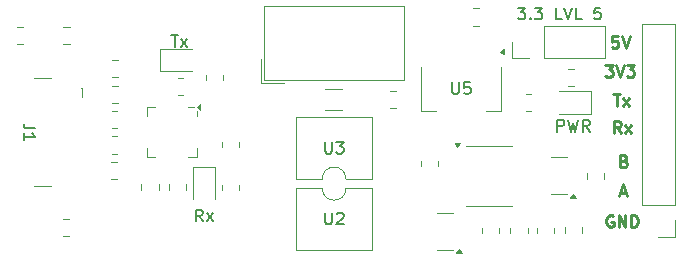
<source format=gbr>
%TF.GenerationSoftware,KiCad,Pcbnew,9.0.2*%
%TF.CreationDate,2025-06-06T06:50:43+02:00*%
%TF.ProjectId,USB-RS485_FT230,5553422d-5253-4343-9835-5f4654323330,rev?*%
%TF.SameCoordinates,Original*%
%TF.FileFunction,Legend,Top*%
%TF.FilePolarity,Positive*%
%FSLAX46Y46*%
G04 Gerber Fmt 4.6, Leading zero omitted, Abs format (unit mm)*
G04 Created by KiCad (PCBNEW 9.0.2) date 2025-06-06 06:50:43*
%MOMM*%
%LPD*%
G01*
G04 APERTURE LIST*
%ADD10C,0.250000*%
%ADD11C,0.150000*%
%ADD12C,0.200000*%
%ADD13C,0.120000*%
G04 APERTURE END LIST*
D10*
X108704949Y-100378904D02*
X109181139Y-100378904D01*
X108609711Y-100664619D02*
X108943044Y-99664619D01*
X108943044Y-99664619D02*
X109276377Y-100664619D01*
X108773996Y-95314619D02*
X108440663Y-94838428D01*
X108202568Y-95314619D02*
X108202568Y-94314619D01*
X108202568Y-94314619D02*
X108583520Y-94314619D01*
X108583520Y-94314619D02*
X108678758Y-94362238D01*
X108678758Y-94362238D02*
X108726377Y-94409857D01*
X108726377Y-94409857D02*
X108773996Y-94505095D01*
X108773996Y-94505095D02*
X108773996Y-94647952D01*
X108773996Y-94647952D02*
X108726377Y-94743190D01*
X108726377Y-94743190D02*
X108678758Y-94790809D01*
X108678758Y-94790809D02*
X108583520Y-94838428D01*
X108583520Y-94838428D02*
X108202568Y-94838428D01*
X109107330Y-95314619D02*
X109631139Y-94647952D01*
X109107330Y-94647952D02*
X109631139Y-95314619D01*
X108528758Y-87114619D02*
X108052568Y-87114619D01*
X108052568Y-87114619D02*
X108004949Y-87590809D01*
X108004949Y-87590809D02*
X108052568Y-87543190D01*
X108052568Y-87543190D02*
X108147806Y-87495571D01*
X108147806Y-87495571D02*
X108385901Y-87495571D01*
X108385901Y-87495571D02*
X108481139Y-87543190D01*
X108481139Y-87543190D02*
X108528758Y-87590809D01*
X108528758Y-87590809D02*
X108576377Y-87686047D01*
X108576377Y-87686047D02*
X108576377Y-87924142D01*
X108576377Y-87924142D02*
X108528758Y-88019380D01*
X108528758Y-88019380D02*
X108481139Y-88067000D01*
X108481139Y-88067000D02*
X108385901Y-88114619D01*
X108385901Y-88114619D02*
X108147806Y-88114619D01*
X108147806Y-88114619D02*
X108052568Y-88067000D01*
X108052568Y-88067000D02*
X108004949Y-88019380D01*
X108862092Y-87114619D02*
X109195425Y-88114619D01*
X109195425Y-88114619D02*
X109528758Y-87114619D01*
X108126377Y-102312238D02*
X108031139Y-102264619D01*
X108031139Y-102264619D02*
X107888282Y-102264619D01*
X107888282Y-102264619D02*
X107745425Y-102312238D01*
X107745425Y-102312238D02*
X107650187Y-102407476D01*
X107650187Y-102407476D02*
X107602568Y-102502714D01*
X107602568Y-102502714D02*
X107554949Y-102693190D01*
X107554949Y-102693190D02*
X107554949Y-102836047D01*
X107554949Y-102836047D02*
X107602568Y-103026523D01*
X107602568Y-103026523D02*
X107650187Y-103121761D01*
X107650187Y-103121761D02*
X107745425Y-103217000D01*
X107745425Y-103217000D02*
X107888282Y-103264619D01*
X107888282Y-103264619D02*
X107983520Y-103264619D01*
X107983520Y-103264619D02*
X108126377Y-103217000D01*
X108126377Y-103217000D02*
X108173996Y-103169380D01*
X108173996Y-103169380D02*
X108173996Y-102836047D01*
X108173996Y-102836047D02*
X107983520Y-102836047D01*
X108602568Y-103264619D02*
X108602568Y-102264619D01*
X108602568Y-102264619D02*
X109173996Y-103264619D01*
X109173996Y-103264619D02*
X109173996Y-102264619D01*
X109650187Y-103264619D02*
X109650187Y-102264619D01*
X109650187Y-102264619D02*
X109888282Y-102264619D01*
X109888282Y-102264619D02*
X110031139Y-102312238D01*
X110031139Y-102312238D02*
X110126377Y-102407476D01*
X110126377Y-102407476D02*
X110173996Y-102502714D01*
X110173996Y-102502714D02*
X110221615Y-102693190D01*
X110221615Y-102693190D02*
X110221615Y-102836047D01*
X110221615Y-102836047D02*
X110173996Y-103026523D01*
X110173996Y-103026523D02*
X110126377Y-103121761D01*
X110126377Y-103121761D02*
X110031139Y-103217000D01*
X110031139Y-103217000D02*
X109888282Y-103264619D01*
X109888282Y-103264619D02*
X109650187Y-103264619D01*
X109035901Y-97690809D02*
X109178758Y-97738428D01*
X109178758Y-97738428D02*
X109226377Y-97786047D01*
X109226377Y-97786047D02*
X109273996Y-97881285D01*
X109273996Y-97881285D02*
X109273996Y-98024142D01*
X109273996Y-98024142D02*
X109226377Y-98119380D01*
X109226377Y-98119380D02*
X109178758Y-98167000D01*
X109178758Y-98167000D02*
X109083520Y-98214619D01*
X109083520Y-98214619D02*
X108702568Y-98214619D01*
X108702568Y-98214619D02*
X108702568Y-97214619D01*
X108702568Y-97214619D02*
X109035901Y-97214619D01*
X109035901Y-97214619D02*
X109131139Y-97262238D01*
X109131139Y-97262238D02*
X109178758Y-97309857D01*
X109178758Y-97309857D02*
X109226377Y-97405095D01*
X109226377Y-97405095D02*
X109226377Y-97500333D01*
X109226377Y-97500333D02*
X109178758Y-97595571D01*
X109178758Y-97595571D02*
X109131139Y-97643190D01*
X109131139Y-97643190D02*
X109035901Y-97690809D01*
X109035901Y-97690809D02*
X108702568Y-97690809D01*
X107457330Y-89564619D02*
X108076377Y-89564619D01*
X108076377Y-89564619D02*
X107743044Y-89945571D01*
X107743044Y-89945571D02*
X107885901Y-89945571D01*
X107885901Y-89945571D02*
X107981139Y-89993190D01*
X107981139Y-89993190D02*
X108028758Y-90040809D01*
X108028758Y-90040809D02*
X108076377Y-90136047D01*
X108076377Y-90136047D02*
X108076377Y-90374142D01*
X108076377Y-90374142D02*
X108028758Y-90469380D01*
X108028758Y-90469380D02*
X107981139Y-90517000D01*
X107981139Y-90517000D02*
X107885901Y-90564619D01*
X107885901Y-90564619D02*
X107600187Y-90564619D01*
X107600187Y-90564619D02*
X107504949Y-90517000D01*
X107504949Y-90517000D02*
X107457330Y-90469380D01*
X108362092Y-89564619D02*
X108695425Y-90564619D01*
X108695425Y-90564619D02*
X109028758Y-89564619D01*
X109266854Y-89564619D02*
X109885901Y-89564619D01*
X109885901Y-89564619D02*
X109552568Y-89945571D01*
X109552568Y-89945571D02*
X109695425Y-89945571D01*
X109695425Y-89945571D02*
X109790663Y-89993190D01*
X109790663Y-89993190D02*
X109838282Y-90040809D01*
X109838282Y-90040809D02*
X109885901Y-90136047D01*
X109885901Y-90136047D02*
X109885901Y-90374142D01*
X109885901Y-90374142D02*
X109838282Y-90469380D01*
X109838282Y-90469380D02*
X109790663Y-90517000D01*
X109790663Y-90517000D02*
X109695425Y-90564619D01*
X109695425Y-90564619D02*
X109409711Y-90564619D01*
X109409711Y-90564619D02*
X109314473Y-90517000D01*
X109314473Y-90517000D02*
X109266854Y-90469380D01*
X108159711Y-92014619D02*
X108731139Y-92014619D01*
X108445425Y-93014619D02*
X108445425Y-92014619D01*
X108969235Y-93014619D02*
X109493044Y-92347952D01*
X108969235Y-92347952D02*
X109493044Y-93014619D01*
D11*
X83738095Y-102064819D02*
X83738095Y-102874342D01*
X83738095Y-102874342D02*
X83785714Y-102969580D01*
X83785714Y-102969580D02*
X83833333Y-103017200D01*
X83833333Y-103017200D02*
X83928571Y-103064819D01*
X83928571Y-103064819D02*
X84119047Y-103064819D01*
X84119047Y-103064819D02*
X84214285Y-103017200D01*
X84214285Y-103017200D02*
X84261904Y-102969580D01*
X84261904Y-102969580D02*
X84309523Y-102874342D01*
X84309523Y-102874342D02*
X84309523Y-102064819D01*
X84738095Y-102160057D02*
X84785714Y-102112438D01*
X84785714Y-102112438D02*
X84880952Y-102064819D01*
X84880952Y-102064819D02*
X85119047Y-102064819D01*
X85119047Y-102064819D02*
X85214285Y-102112438D01*
X85214285Y-102112438D02*
X85261904Y-102160057D01*
X85261904Y-102160057D02*
X85309523Y-102255295D01*
X85309523Y-102255295D02*
X85309523Y-102350533D01*
X85309523Y-102350533D02*
X85261904Y-102493390D01*
X85261904Y-102493390D02*
X84690476Y-103064819D01*
X84690476Y-103064819D02*
X85309523Y-103064819D01*
X73379761Y-102804819D02*
X73046428Y-102328628D01*
X72808333Y-102804819D02*
X72808333Y-101804819D01*
X72808333Y-101804819D02*
X73189285Y-101804819D01*
X73189285Y-101804819D02*
X73284523Y-101852438D01*
X73284523Y-101852438D02*
X73332142Y-101900057D01*
X73332142Y-101900057D02*
X73379761Y-101995295D01*
X73379761Y-101995295D02*
X73379761Y-102138152D01*
X73379761Y-102138152D02*
X73332142Y-102233390D01*
X73332142Y-102233390D02*
X73284523Y-102281009D01*
X73284523Y-102281009D02*
X73189285Y-102328628D01*
X73189285Y-102328628D02*
X72808333Y-102328628D01*
X73713095Y-102804819D02*
X74236904Y-102138152D01*
X73713095Y-102138152D02*
X74236904Y-102804819D01*
X83738095Y-96064819D02*
X83738095Y-96874342D01*
X83738095Y-96874342D02*
X83785714Y-96969580D01*
X83785714Y-96969580D02*
X83833333Y-97017200D01*
X83833333Y-97017200D02*
X83928571Y-97064819D01*
X83928571Y-97064819D02*
X84119047Y-97064819D01*
X84119047Y-97064819D02*
X84214285Y-97017200D01*
X84214285Y-97017200D02*
X84261904Y-96969580D01*
X84261904Y-96969580D02*
X84309523Y-96874342D01*
X84309523Y-96874342D02*
X84309523Y-96064819D01*
X84690476Y-96064819D02*
X85309523Y-96064819D01*
X85309523Y-96064819D02*
X84976190Y-96445771D01*
X84976190Y-96445771D02*
X85119047Y-96445771D01*
X85119047Y-96445771D02*
X85214285Y-96493390D01*
X85214285Y-96493390D02*
X85261904Y-96541009D01*
X85261904Y-96541009D02*
X85309523Y-96636247D01*
X85309523Y-96636247D02*
X85309523Y-96874342D01*
X85309523Y-96874342D02*
X85261904Y-96969580D01*
X85261904Y-96969580D02*
X85214285Y-97017200D01*
X85214285Y-97017200D02*
X85119047Y-97064819D01*
X85119047Y-97064819D02*
X84833333Y-97064819D01*
X84833333Y-97064819D02*
X84738095Y-97017200D01*
X84738095Y-97017200D02*
X84690476Y-96969580D01*
X103416667Y-95204819D02*
X103416667Y-94204819D01*
X103416667Y-94204819D02*
X103797619Y-94204819D01*
X103797619Y-94204819D02*
X103892857Y-94252438D01*
X103892857Y-94252438D02*
X103940476Y-94300057D01*
X103940476Y-94300057D02*
X103988095Y-94395295D01*
X103988095Y-94395295D02*
X103988095Y-94538152D01*
X103988095Y-94538152D02*
X103940476Y-94633390D01*
X103940476Y-94633390D02*
X103892857Y-94681009D01*
X103892857Y-94681009D02*
X103797619Y-94728628D01*
X103797619Y-94728628D02*
X103416667Y-94728628D01*
X104321429Y-94204819D02*
X104559524Y-95204819D01*
X104559524Y-95204819D02*
X104750000Y-94490533D01*
X104750000Y-94490533D02*
X104940476Y-95204819D01*
X104940476Y-95204819D02*
X105178572Y-94204819D01*
X106130952Y-95204819D02*
X105797619Y-94728628D01*
X105559524Y-95204819D02*
X105559524Y-94204819D01*
X105559524Y-94204819D02*
X105940476Y-94204819D01*
X105940476Y-94204819D02*
X106035714Y-94252438D01*
X106035714Y-94252438D02*
X106083333Y-94300057D01*
X106083333Y-94300057D02*
X106130952Y-94395295D01*
X106130952Y-94395295D02*
X106130952Y-94538152D01*
X106130952Y-94538152D02*
X106083333Y-94633390D01*
X106083333Y-94633390D02*
X106035714Y-94681009D01*
X106035714Y-94681009D02*
X105940476Y-94728628D01*
X105940476Y-94728628D02*
X105559524Y-94728628D01*
X94488095Y-91014819D02*
X94488095Y-91824342D01*
X94488095Y-91824342D02*
X94535714Y-91919580D01*
X94535714Y-91919580D02*
X94583333Y-91967200D01*
X94583333Y-91967200D02*
X94678571Y-92014819D01*
X94678571Y-92014819D02*
X94869047Y-92014819D01*
X94869047Y-92014819D02*
X94964285Y-91967200D01*
X94964285Y-91967200D02*
X95011904Y-91919580D01*
X95011904Y-91919580D02*
X95059523Y-91824342D01*
X95059523Y-91824342D02*
X95059523Y-91014819D01*
X96011904Y-91014819D02*
X95535714Y-91014819D01*
X95535714Y-91014819D02*
X95488095Y-91491009D01*
X95488095Y-91491009D02*
X95535714Y-91443390D01*
X95535714Y-91443390D02*
X95630952Y-91395771D01*
X95630952Y-91395771D02*
X95869047Y-91395771D01*
X95869047Y-91395771D02*
X95964285Y-91443390D01*
X95964285Y-91443390D02*
X96011904Y-91491009D01*
X96011904Y-91491009D02*
X96059523Y-91586247D01*
X96059523Y-91586247D02*
X96059523Y-91824342D01*
X96059523Y-91824342D02*
X96011904Y-91919580D01*
X96011904Y-91919580D02*
X95964285Y-91967200D01*
X95964285Y-91967200D02*
X95869047Y-92014819D01*
X95869047Y-92014819D02*
X95630952Y-92014819D01*
X95630952Y-92014819D02*
X95535714Y-91967200D01*
X95535714Y-91967200D02*
X95488095Y-91919580D01*
D12*
X100076190Y-84702219D02*
X100695237Y-84702219D01*
X100695237Y-84702219D02*
X100361904Y-85083171D01*
X100361904Y-85083171D02*
X100504761Y-85083171D01*
X100504761Y-85083171D02*
X100599999Y-85130790D01*
X100599999Y-85130790D02*
X100647618Y-85178409D01*
X100647618Y-85178409D02*
X100695237Y-85273647D01*
X100695237Y-85273647D02*
X100695237Y-85511742D01*
X100695237Y-85511742D02*
X100647618Y-85606980D01*
X100647618Y-85606980D02*
X100599999Y-85654600D01*
X100599999Y-85654600D02*
X100504761Y-85702219D01*
X100504761Y-85702219D02*
X100219047Y-85702219D01*
X100219047Y-85702219D02*
X100123809Y-85654600D01*
X100123809Y-85654600D02*
X100076190Y-85606980D01*
X101123809Y-85606980D02*
X101171428Y-85654600D01*
X101171428Y-85654600D02*
X101123809Y-85702219D01*
X101123809Y-85702219D02*
X101076190Y-85654600D01*
X101076190Y-85654600D02*
X101123809Y-85606980D01*
X101123809Y-85606980D02*
X101123809Y-85702219D01*
X101504761Y-84702219D02*
X102123808Y-84702219D01*
X102123808Y-84702219D02*
X101790475Y-85083171D01*
X101790475Y-85083171D02*
X101933332Y-85083171D01*
X101933332Y-85083171D02*
X102028570Y-85130790D01*
X102028570Y-85130790D02*
X102076189Y-85178409D01*
X102076189Y-85178409D02*
X102123808Y-85273647D01*
X102123808Y-85273647D02*
X102123808Y-85511742D01*
X102123808Y-85511742D02*
X102076189Y-85606980D01*
X102076189Y-85606980D02*
X102028570Y-85654600D01*
X102028570Y-85654600D02*
X101933332Y-85702219D01*
X101933332Y-85702219D02*
X101647618Y-85702219D01*
X101647618Y-85702219D02*
X101552380Y-85654600D01*
X101552380Y-85654600D02*
X101504761Y-85606980D01*
X103790475Y-85702219D02*
X103314285Y-85702219D01*
X103314285Y-85702219D02*
X103314285Y-84702219D01*
X103980952Y-84702219D02*
X104314285Y-85702219D01*
X104314285Y-85702219D02*
X104647618Y-84702219D01*
X105457142Y-85702219D02*
X104980952Y-85702219D01*
X104980952Y-85702219D02*
X104980952Y-84702219D01*
X107028571Y-84702219D02*
X106552381Y-84702219D01*
X106552381Y-84702219D02*
X106504762Y-85178409D01*
X106504762Y-85178409D02*
X106552381Y-85130790D01*
X106552381Y-85130790D02*
X106647619Y-85083171D01*
X106647619Y-85083171D02*
X106885714Y-85083171D01*
X106885714Y-85083171D02*
X106980952Y-85130790D01*
X106980952Y-85130790D02*
X107028571Y-85178409D01*
X107028571Y-85178409D02*
X107076190Y-85273647D01*
X107076190Y-85273647D02*
X107076190Y-85511742D01*
X107076190Y-85511742D02*
X107028571Y-85606980D01*
X107028571Y-85606980D02*
X106980952Y-85654600D01*
X106980952Y-85654600D02*
X106885714Y-85702219D01*
X106885714Y-85702219D02*
X106647619Y-85702219D01*
X106647619Y-85702219D02*
X106552381Y-85654600D01*
X106552381Y-85654600D02*
X106504762Y-85606980D01*
D11*
X59220180Y-94916666D02*
X58505895Y-94916666D01*
X58505895Y-94916666D02*
X58363038Y-94869047D01*
X58363038Y-94869047D02*
X58267800Y-94773809D01*
X58267800Y-94773809D02*
X58220180Y-94630952D01*
X58220180Y-94630952D02*
X58220180Y-94535714D01*
X58220180Y-95916666D02*
X58220180Y-95345238D01*
X58220180Y-95630952D02*
X59220180Y-95630952D01*
X59220180Y-95630952D02*
X59077323Y-95535714D01*
X59077323Y-95535714D02*
X58982085Y-95440476D01*
X58982085Y-95440476D02*
X58934466Y-95345238D01*
X70709524Y-87004819D02*
X71280952Y-87004819D01*
X70995238Y-88004819D02*
X70995238Y-87004819D01*
X71519048Y-88004819D02*
X72042857Y-87338152D01*
X71519048Y-87338152D02*
X72042857Y-88004819D01*
D13*
%TO.C,R13*%
X99415000Y-103827064D02*
X99415000Y-103372936D01*
X100885000Y-103827064D02*
X100885000Y-103372936D01*
%TO.C,D3*%
X103550000Y-97390000D02*
X102900000Y-97390000D01*
X103550000Y-97390000D02*
X104200000Y-97390000D01*
X103550000Y-100510000D02*
X102900000Y-100510000D01*
X103550000Y-100510000D02*
X104200000Y-100510000D01*
X104952500Y-100790000D02*
X104472500Y-100790000D01*
X104712500Y-100460000D01*
X104952500Y-100790000D01*
G36*
X104952500Y-100790000D02*
G01*
X104472500Y-100790000D01*
X104712500Y-100460000D01*
X104952500Y-100790000D01*
G37*
%TO.C,C4*%
X66136252Y-97765000D02*
X65613748Y-97765000D01*
X66136252Y-99235000D02*
X65613748Y-99235000D01*
%TO.C,U2*%
X81265000Y-100010000D02*
X81265000Y-105210000D01*
X81265000Y-105210000D02*
X87735000Y-105210000D01*
X83500000Y-100010000D02*
X81265000Y-100010000D01*
X87735000Y-100010000D02*
X85500000Y-100010000D01*
X87735000Y-105210000D02*
X87735000Y-100010000D01*
X85500000Y-100010000D02*
G75*
G02*
X83500000Y-100010000I-1000000J0D01*
G01*
%TO.C,R1*%
X66127064Y-95590000D02*
X65672936Y-95590000D01*
X66127064Y-97060000D02*
X65672936Y-97060000D01*
%TO.C,R4*%
X62027064Y-102565000D02*
X61572936Y-102565000D01*
X62027064Y-104035000D02*
X61572936Y-104035000D01*
%TO.C,R7*%
X71708314Y-90640000D02*
X71254186Y-90640000D01*
X71708314Y-92110000D02*
X71254186Y-92110000D01*
%TO.C,D1*%
X72540000Y-98240000D02*
X72540000Y-100925000D01*
X74460000Y-98240000D02*
X72540000Y-98240000D01*
X74460000Y-100925000D02*
X74460000Y-98240000D01*
%TO.C,R2*%
X66127064Y-93465000D02*
X65672936Y-93465000D01*
X66127064Y-94935000D02*
X65672936Y-94935000D01*
%TO.C,R8*%
X75015000Y-96502064D02*
X75015000Y-96047936D01*
X76485000Y-96502064D02*
X76485000Y-96047936D01*
%TO.C,R11*%
X104777064Y-89875000D02*
X104322936Y-89875000D01*
X104777064Y-91345000D02*
X104322936Y-91345000D01*
%TO.C,R16*%
X101177064Y-92015000D02*
X100722936Y-92015000D01*
X101177064Y-93485000D02*
X100722936Y-93485000D01*
%TO.C,Q1*%
X93900000Y-102090000D02*
X93250000Y-102090000D01*
X93900000Y-102090000D02*
X94550000Y-102090000D01*
X93900000Y-105210000D02*
X93250000Y-105210000D01*
X93900000Y-105210000D02*
X94550000Y-105210000D01*
X95302500Y-105490000D02*
X94822500Y-105490000D01*
X95062500Y-105160000D01*
X95302500Y-105490000D01*
G36*
X95302500Y-105490000D02*
G01*
X94822500Y-105490000D01*
X95062500Y-105160000D01*
X95302500Y-105490000D01*
G37*
%TO.C,C1*%
X70515000Y-100161252D02*
X70515000Y-99638748D01*
X71985000Y-100161252D02*
X71985000Y-99638748D01*
%TO.C,C5*%
X68190000Y-99638748D02*
X68190000Y-100161252D01*
X69660000Y-99638748D02*
X69660000Y-100161252D01*
%TO.C,U3*%
X81265000Y-94010000D02*
X81265000Y-99210000D01*
X81265000Y-99210000D02*
X83500000Y-99210000D01*
X85500000Y-99210000D02*
X87735000Y-99210000D01*
X87735000Y-94010000D02*
X81265000Y-94010000D01*
X87735000Y-99210000D02*
X87735000Y-94010000D01*
X83500000Y-99210000D02*
G75*
G02*
X85500000Y-99210000I1000000J0D01*
G01*
%TO.C,U4*%
X78300000Y-91060000D02*
X78300000Y-89060000D01*
X78540000Y-84600000D02*
X90440000Y-84600000D01*
X78540000Y-90820000D02*
X78540000Y-84600000D01*
X78540000Y-90820000D02*
X90440000Y-90820000D01*
X80300000Y-91060000D02*
X78300000Y-91060000D01*
X90440000Y-90820000D02*
X90440000Y-84600000D01*
%TO.C,D4*%
X103550000Y-93710000D02*
X106235000Y-93710000D01*
X106235000Y-91790000D02*
X103550000Y-91790000D01*
X106235000Y-93710000D02*
X106235000Y-91790000D01*
%TO.C,R14*%
X97015000Y-103372936D02*
X97015000Y-103827064D01*
X98485000Y-103372936D02*
X98485000Y-103827064D01*
%TO.C,U6*%
X97650000Y-96400000D02*
X95700000Y-96400000D01*
X97650000Y-96400000D02*
X99600000Y-96400000D01*
X97650000Y-101520000D02*
X95700000Y-101520000D01*
X97650000Y-101520000D02*
X99600000Y-101520000D01*
X94950000Y-96495000D02*
X94710000Y-96165000D01*
X95190000Y-96165000D01*
X94950000Y-96495000D01*
G36*
X94950000Y-96495000D02*
G01*
X94710000Y-96165000D01*
X95190000Y-96165000D01*
X94950000Y-96495000D01*
G37*
%TO.C,C7*%
X83763748Y-91590000D02*
X85186252Y-91590000D01*
X83763748Y-93410000D02*
X85186252Y-93410000D01*
%TO.C,R6*%
X73640000Y-90852064D02*
X73640000Y-90397936D01*
X75110000Y-90852064D02*
X75110000Y-90397936D01*
%TO.C,R3*%
X57672936Y-86325000D02*
X58127064Y-86325000D01*
X57672936Y-87795000D02*
X58127064Y-87795000D01*
%TO.C,C3*%
X65663748Y-89115000D02*
X66186252Y-89115000D01*
X65663748Y-90585000D02*
X66186252Y-90585000D01*
%TO.C,U1*%
X68640000Y-93140000D02*
X69365000Y-93140000D01*
X68640000Y-93865000D02*
X68640000Y-93140000D01*
X68640000Y-96635000D02*
X68640000Y-97360000D01*
X68640000Y-97360000D02*
X69365000Y-97360000D01*
X72135000Y-93140000D02*
X72620000Y-93140000D01*
X72860000Y-93865000D02*
X72860000Y-93440000D01*
X72860000Y-96635000D02*
X72860000Y-97360000D01*
X72860000Y-97360000D02*
X72135000Y-97360000D01*
X73190000Y-93380000D02*
X72860000Y-93140000D01*
X73190000Y-92900000D01*
X73190000Y-93380000D01*
G36*
X73190000Y-93380000D02*
G01*
X72860000Y-93140000D01*
X73190000Y-92900000D01*
X73190000Y-93380000D01*
G37*
%TO.C,R15*%
X105915000Y-98722936D02*
X105915000Y-99177064D01*
X107385000Y-98722936D02*
X107385000Y-99177064D01*
%TO.C,C8*%
X89238748Y-91765000D02*
X89761252Y-91765000D01*
X89238748Y-93235000D02*
X89761252Y-93235000D01*
%TO.C,U5*%
X91840000Y-89710000D02*
X91840000Y-93470000D01*
X91840000Y-93470000D02*
X93100000Y-93470000D01*
X98660000Y-89710000D02*
X98660000Y-93470000D01*
X98660000Y-93470000D02*
X97400000Y-93470000D01*
X98890000Y-88670000D02*
X98560000Y-88430000D01*
X98890000Y-88190000D01*
X98890000Y-88670000D01*
G36*
X98890000Y-88670000D02*
G01*
X98560000Y-88430000D01*
X98890000Y-88190000D01*
X98890000Y-88670000D01*
G37*
%TO.C,C6*%
X61588748Y-86325000D02*
X62111252Y-86325000D01*
X61588748Y-87795000D02*
X62111252Y-87795000D01*
%TO.C,R12*%
X104065000Y-103322936D02*
X104065000Y-103777064D01*
X105535000Y-103322936D02*
X105535000Y-103777064D01*
%TO.C,R10*%
X101665000Y-103827064D02*
X101665000Y-103372936D01*
X103135000Y-103827064D02*
X103135000Y-103372936D01*
%TO.C,J2*%
X99595000Y-88990000D02*
X99595000Y-87610000D01*
X100975000Y-88990000D02*
X99595000Y-88990000D01*
X102245000Y-86230000D02*
X107435000Y-86230000D01*
X102245000Y-88990000D02*
X102245000Y-86230000D01*
X102245000Y-88990000D02*
X107435000Y-88990000D01*
X107435000Y-88990000D02*
X107435000Y-86230000D01*
%TO.C,C2*%
X66186252Y-91315000D02*
X65663748Y-91315000D01*
X66186252Y-92785000D02*
X65663748Y-92785000D01*
%TO.C,J3*%
X110570000Y-101440000D02*
X110570000Y-86090000D01*
X113330000Y-86090000D02*
X110570000Y-86090000D01*
X113330000Y-101440000D02*
X110570000Y-101440000D01*
X113330000Y-101440000D02*
X113330000Y-86090000D01*
X113330000Y-102710000D02*
X113330000Y-104090000D01*
X113330000Y-104090000D02*
X111950000Y-104090000D01*
%TO.C,C9*%
X96761252Y-84765000D02*
X96238748Y-84765000D01*
X96761252Y-86235000D02*
X96238748Y-86235000D01*
%TO.C,J1*%
X59110000Y-90670000D02*
X60520000Y-90670000D01*
X59110000Y-99830000D02*
X60520000Y-99830000D01*
X63190000Y-91490000D02*
X63040000Y-91490000D01*
X63190000Y-92290000D02*
X63190000Y-91490000D01*
%TO.C,R9*%
X91865000Y-97682936D02*
X91865000Y-98137064D01*
X93335000Y-97682936D02*
X93335000Y-98137064D01*
%TO.C,D2*%
X69796250Y-88190000D02*
X69796250Y-90110000D01*
X69796250Y-90110000D02*
X72481250Y-90110000D01*
X72481250Y-88190000D02*
X69796250Y-88190000D01*
%TO.C,R5*%
X75015000Y-99685436D02*
X75015000Y-100139564D01*
X76485000Y-99685436D02*
X76485000Y-100139564D01*
%TD*%
M02*

</source>
